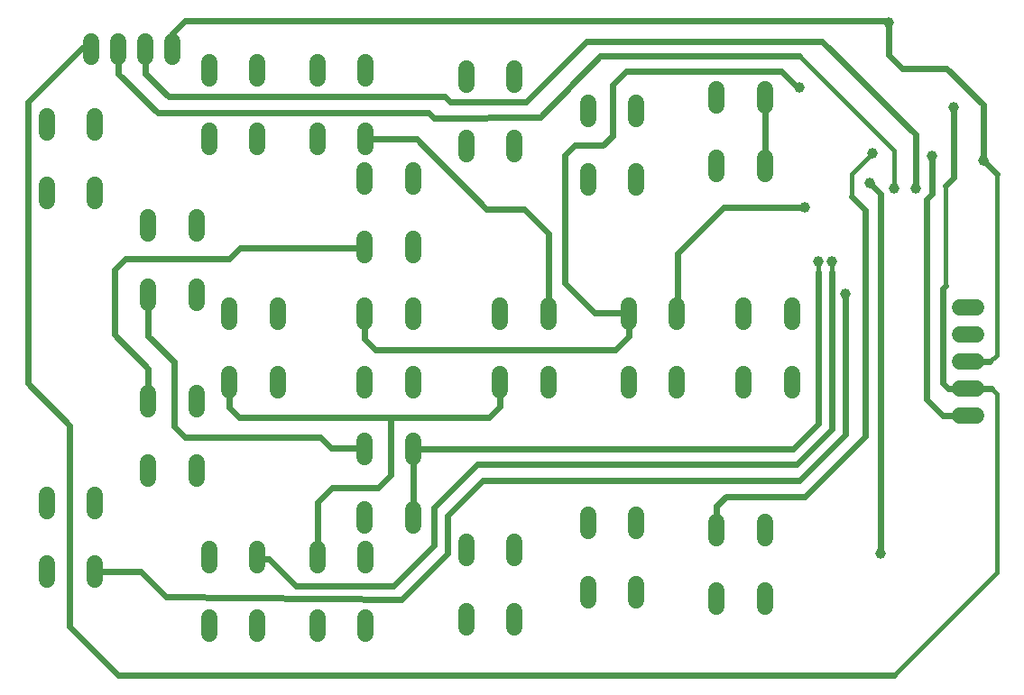
<source format=gbl>
G75*
G70*
%OFA0B0*%
%FSLAX24Y24*%
%IPPOS*%
%LPD*%
%AMOC8*
5,1,8,0,0,1.08239X$1,22.5*
%
%ADD10C,0.0600*%
%ADD11C,0.0594*%
%ADD12C,0.0240*%
%ADD13C,0.0160*%
%ADD14C,0.0396*%
%ADD15C,0.0200*%
%ADD16C,0.0120*%
D10*
X001327Y004020D02*
X001327Y004620D01*
X003107Y004620D02*
X003107Y004020D01*
X003107Y006580D02*
X003107Y007180D01*
X001327Y007180D02*
X001327Y006580D01*
X005077Y007770D02*
X005077Y008370D01*
X006857Y008370D02*
X006857Y007770D01*
X006857Y010330D02*
X006857Y010930D01*
X008077Y011020D02*
X008077Y011620D01*
X009857Y011620D02*
X009857Y011020D01*
X013077Y011020D02*
X013077Y011620D01*
X014857Y011620D02*
X014857Y011020D01*
X014857Y009180D02*
X014857Y008580D01*
X013077Y008580D02*
X013077Y009180D01*
X013077Y006620D02*
X013077Y006020D01*
X013107Y005180D02*
X013107Y004580D01*
X011327Y004580D02*
X011327Y005180D01*
X009107Y005180D02*
X009107Y004580D01*
X007327Y004580D02*
X007327Y005180D01*
X007327Y002620D02*
X007327Y002020D01*
X009107Y002020D02*
X009107Y002620D01*
X011327Y002620D02*
X011327Y002020D01*
X013107Y002020D02*
X013107Y002620D01*
X016827Y002870D02*
X016827Y002270D01*
X018607Y002270D02*
X018607Y002870D01*
X021327Y003270D02*
X021327Y003870D01*
X023107Y003870D02*
X023107Y003270D01*
X026077Y003020D02*
X026077Y003620D01*
X027857Y003620D02*
X027857Y003020D01*
X027857Y005580D02*
X027857Y006180D01*
X026077Y006180D02*
X026077Y005580D01*
X023107Y005830D02*
X023107Y006430D01*
X021327Y006430D02*
X021327Y005830D01*
X018607Y005430D02*
X018607Y004830D01*
X016827Y004830D02*
X016827Y005430D01*
X014857Y006020D02*
X014857Y006620D01*
X018077Y011020D02*
X018077Y011620D01*
X019857Y011620D02*
X019857Y011020D01*
X022827Y011020D02*
X022827Y011620D01*
X024607Y011620D02*
X024607Y011020D01*
X027077Y011020D02*
X027077Y011620D01*
X028857Y011620D02*
X028857Y011020D01*
X028857Y013580D02*
X028857Y014180D01*
X027077Y014180D02*
X027077Y013580D01*
X024607Y013580D02*
X024607Y014180D01*
X022827Y014180D02*
X022827Y013580D01*
X019857Y013580D02*
X019857Y014180D01*
X018077Y014180D02*
X018077Y013580D01*
X014857Y013580D02*
X014857Y014180D01*
X013077Y014180D02*
X013077Y013580D01*
X009857Y013580D02*
X009857Y014180D01*
X008077Y014180D02*
X008077Y013580D01*
X006857Y014270D02*
X006857Y014870D01*
X005077Y014870D02*
X005077Y014270D01*
X005077Y016830D02*
X005077Y017430D01*
X006857Y017430D02*
X006857Y016830D01*
X003107Y018020D02*
X003107Y018620D01*
X001327Y018620D02*
X001327Y018020D01*
X001327Y020580D02*
X001327Y021180D01*
X003107Y021180D02*
X003107Y020580D01*
X007327Y020620D02*
X007327Y020020D01*
X009107Y020020D02*
X009107Y020620D01*
X011327Y020620D02*
X011327Y020020D01*
X013107Y020020D02*
X013107Y020620D01*
X013077Y019180D02*
X013077Y018580D01*
X014857Y018580D02*
X014857Y019180D01*
X016827Y019770D02*
X016827Y020370D01*
X018607Y020370D02*
X018607Y019770D01*
X021327Y019120D02*
X021327Y018520D01*
X023107Y018520D02*
X023107Y019120D01*
X023107Y021080D02*
X023107Y021680D01*
X021327Y021680D02*
X021327Y021080D01*
X018607Y022330D02*
X018607Y022930D01*
X016827Y022930D02*
X016827Y022330D01*
X013107Y022580D02*
X013107Y023180D01*
X011327Y023180D02*
X011327Y022580D01*
X009107Y022580D02*
X009107Y023180D01*
X007327Y023180D02*
X007327Y022580D01*
X013077Y016620D02*
X013077Y016020D01*
X014857Y016020D02*
X014857Y016620D01*
X005077Y010930D02*
X005077Y010330D01*
X026077Y019020D02*
X026077Y019620D01*
X027857Y019620D02*
X027857Y019020D01*
X027857Y021580D02*
X027857Y022180D01*
X026077Y022180D02*
X026077Y021580D01*
D11*
X035070Y014100D02*
X035664Y014100D01*
X035664Y013100D02*
X035070Y013100D01*
X035070Y012100D02*
X035664Y012100D01*
X035664Y011100D02*
X035070Y011100D01*
X035070Y010100D02*
X035664Y010100D01*
X005967Y023353D02*
X005967Y023947D01*
X004967Y023947D02*
X004967Y023353D01*
X003967Y023353D02*
X003967Y023947D01*
X002967Y023947D02*
X002967Y023353D01*
D12*
X002167Y002300D02*
X003967Y000500D01*
X032617Y000500D01*
X032117Y005000D02*
X032117Y018300D01*
X031567Y017700D02*
X031067Y018200D01*
X031567Y017700D02*
X031567Y009350D01*
X029317Y007100D01*
X026417Y007100D01*
X026077Y006760D01*
X026077Y005880D01*
X029117Y007700D02*
X030817Y009400D01*
X030817Y014600D01*
X030317Y015400D02*
X030317Y009600D01*
X029017Y008300D01*
X017217Y008300D01*
X015617Y006700D01*
X015617Y005300D01*
X014117Y003800D01*
X010517Y003800D01*
X009517Y004800D01*
X009317Y004800D01*
X009117Y005000D01*
X009117Y004900D01*
X011327Y004880D02*
X011327Y006910D01*
X011867Y007450D01*
X013567Y007450D01*
X014017Y007900D01*
X014017Y010050D01*
X017667Y010050D01*
X018067Y010450D01*
X018067Y011300D01*
X014857Y008880D02*
X014857Y006320D01*
X016117Y006400D02*
X017417Y007700D01*
X029117Y007700D01*
X028897Y008880D02*
X029817Y009800D01*
X029817Y015400D01*
X029317Y017800D02*
X026317Y017800D01*
X024617Y016100D01*
X024617Y013900D01*
X022827Y013880D02*
X022827Y013050D01*
X022327Y012550D01*
X013467Y012550D01*
X013077Y012940D01*
X013077Y013880D01*
X013057Y016300D02*
X013077Y016320D01*
X013057Y016300D02*
X008467Y016300D01*
X008067Y015900D01*
X004217Y015900D01*
X003817Y015500D01*
X003817Y013100D01*
X005067Y011850D01*
X005067Y010640D01*
X005077Y010630D01*
X006017Y009700D02*
X006417Y009300D01*
X011417Y009300D01*
X011817Y008900D01*
X013057Y008900D01*
X013077Y008880D01*
X014017Y010050D02*
X008417Y010050D01*
X008077Y010390D01*
X008077Y011320D01*
X006017Y012100D02*
X006017Y009700D01*
X006017Y012100D02*
X005077Y013040D01*
X005077Y014570D01*
X000617Y011300D02*
X000617Y021700D01*
X002617Y023700D01*
X002917Y023700D01*
X002967Y023650D01*
X003967Y023650D02*
X003967Y022750D01*
X005417Y021300D01*
X015417Y021300D01*
X015617Y021100D01*
X019567Y021150D01*
X021767Y023400D01*
X029117Y023400D01*
X028467Y022850D02*
X022717Y022850D01*
X022217Y022350D01*
X022217Y020450D01*
X021867Y020100D01*
X020817Y020100D01*
X020467Y019750D01*
X020467Y015000D01*
X021567Y013900D01*
X022807Y013900D01*
X022827Y013880D01*
X019867Y013900D02*
X019867Y013890D01*
X019867Y013900D02*
X019867Y016850D01*
X018967Y017750D01*
X017567Y017750D01*
X014997Y020320D01*
X013107Y020320D01*
X016017Y021900D02*
X016217Y021700D01*
X019017Y021700D01*
X021267Y023950D01*
X029967Y023950D01*
X033417Y020500D01*
X033417Y018500D01*
X033817Y018100D02*
X034017Y018300D01*
X034017Y019700D01*
X034817Y018900D02*
X034517Y018600D01*
X034817Y018900D02*
X034817Y021500D01*
X035917Y021600D02*
X034567Y022950D01*
X032917Y022950D01*
X032417Y023450D01*
X032417Y024650D01*
X032367Y024700D01*
X006417Y024700D01*
X005967Y024250D01*
X005967Y023650D01*
X004967Y023650D02*
X004967Y022750D01*
X005817Y021900D01*
X016017Y021900D01*
X027857Y021880D02*
X027857Y019320D01*
X029067Y022250D02*
X028467Y022850D01*
X029067Y022250D02*
X029117Y022250D01*
X033817Y018100D02*
X033817Y010700D01*
X034417Y010100D01*
X035367Y010100D01*
X035367Y011100D02*
X034617Y011100D01*
X034417Y011300D01*
X034417Y014800D01*
X034517Y014900D01*
X035367Y012100D02*
X036167Y012100D01*
X036217Y011100D02*
X035367Y011100D01*
X028897Y008880D02*
X014857Y008880D01*
X016117Y006400D02*
X016117Y005000D01*
X014417Y003300D01*
X005717Y003400D01*
X004797Y004320D01*
X003107Y004320D01*
X002167Y002300D02*
X002167Y009750D01*
X000617Y011300D01*
X035917Y019550D02*
X036417Y019050D01*
X035917Y019550D02*
X035917Y021600D01*
D13*
X032617Y019900D02*
X032617Y018500D01*
X032617Y019900D02*
X029117Y023400D01*
X031817Y019800D02*
X031067Y019050D01*
X031067Y018200D01*
X030317Y015800D02*
X030317Y015400D01*
X029817Y015400D02*
X029817Y015800D01*
X034517Y014900D02*
X034517Y018600D01*
X036417Y019050D02*
X036417Y012350D01*
X036167Y012100D01*
X036217Y011100D02*
X036417Y010900D01*
X036417Y004300D01*
X032617Y000500D01*
D14*
X032117Y005000D03*
X030817Y014600D03*
X030317Y015800D03*
X029817Y015800D03*
X029317Y017800D03*
X031717Y018700D03*
X032617Y018500D03*
X033417Y018500D03*
X034017Y019700D03*
X031817Y019800D03*
X034817Y021500D03*
X035917Y019550D03*
X029117Y022250D03*
X032417Y024650D03*
D15*
X031717Y018700D02*
X032117Y018300D01*
X024617Y013900D02*
X024607Y013880D01*
D16*
X019917Y013900D02*
X019857Y013880D01*
X019867Y013900D02*
X019917Y013900D01*
X018117Y011300D02*
X018067Y011300D01*
X018077Y011320D02*
X018117Y011300D01*
X009117Y004900D02*
X009107Y004880D01*
M02*

</source>
